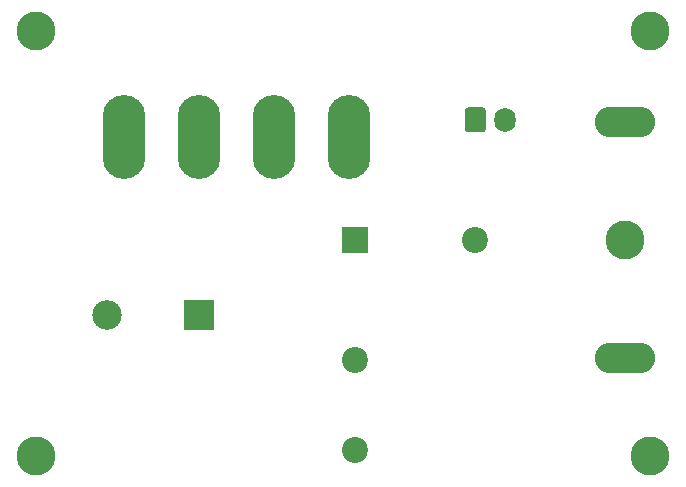
<source format=gbs>
G04 #@! TF.GenerationSoftware,KiCad,Pcbnew,5.1.6-c6e7f7d~87~ubuntu18.04.1*
G04 #@! TF.CreationDate,2020-09-04T14:15:51+09:00*
G04 #@! TF.ProjectId,adamr2_emg_board,6164616d-7232-45f6-956d-675f626f6172,rev?*
G04 #@! TF.SameCoordinates,Original*
G04 #@! TF.FileFunction,Soldermask,Bot*
G04 #@! TF.FilePolarity,Negative*
%FSLAX46Y46*%
G04 Gerber Fmt 4.6, Leading zero omitted, Abs format (unit mm)*
G04 Created by KiCad (PCBNEW 5.1.6-c6e7f7d~87~ubuntu18.04.1) date 2020-09-04 14:15:51*
%MOMM*%
%LPD*%
G01*
G04 APERTURE LIST*
%ADD10C,2.500000*%
%ADD11R,2.500000X2.500000*%
%ADD12C,3.300000*%
%ADD13O,5.100000X2.600000*%
%ADD14C,2.200000*%
%ADD15R,2.200000X2.200000*%
%ADD16O,1.800000X2.100000*%
%ADD17O,3.600000X7.100000*%
G04 APERTURE END LIST*
D10*
G04 #@! TO.C,C1*
X125032000Y-99060000D03*
D11*
X132782000Y-99060000D03*
G04 #@! TD*
D12*
G04 #@! TO.C,REF\u002A\u002A*
X119000000Y-111000000D03*
G04 #@! TD*
G04 #@! TO.C,REF\u002A\u002A*
X119000000Y-75000000D03*
G04 #@! TD*
G04 #@! TO.C,REF\u002A\u002A*
X171000000Y-111000000D03*
G04 #@! TD*
G04 #@! TO.C,REF\u002A\u002A*
X171000000Y-75000000D03*
G04 #@! TD*
G04 #@! TO.C,F1*
X168910000Y-92710000D03*
D13*
X168910000Y-102710000D03*
X168910000Y-82710000D03*
G04 #@! TD*
D14*
G04 #@! TO.C,K1*
X156210000Y-92710000D03*
X146050000Y-110490000D03*
X146050000Y-102870000D03*
D15*
X146050000Y-92710000D03*
G04 #@! TD*
D16*
G04 #@! TO.C,J2*
X158710000Y-82550000D03*
G36*
G01*
X155310000Y-83335294D02*
X155310000Y-81764706D01*
G75*
G02*
X155574706Y-81500000I264706J0D01*
G01*
X156845294Y-81500000D01*
G75*
G02*
X157110000Y-81764706I0J-264706D01*
G01*
X157110000Y-83335294D01*
G75*
G02*
X156845294Y-83600000I-264706J0D01*
G01*
X155574706Y-83600000D01*
G75*
G02*
X155310000Y-83335294I0J264706D01*
G01*
G37*
G04 #@! TD*
D17*
G04 #@! TO.C,J1*
X126475000Y-84000000D03*
X132825000Y-84000000D03*
X139175000Y-84000000D03*
X145525000Y-84000000D03*
G04 #@! TD*
M02*

</source>
